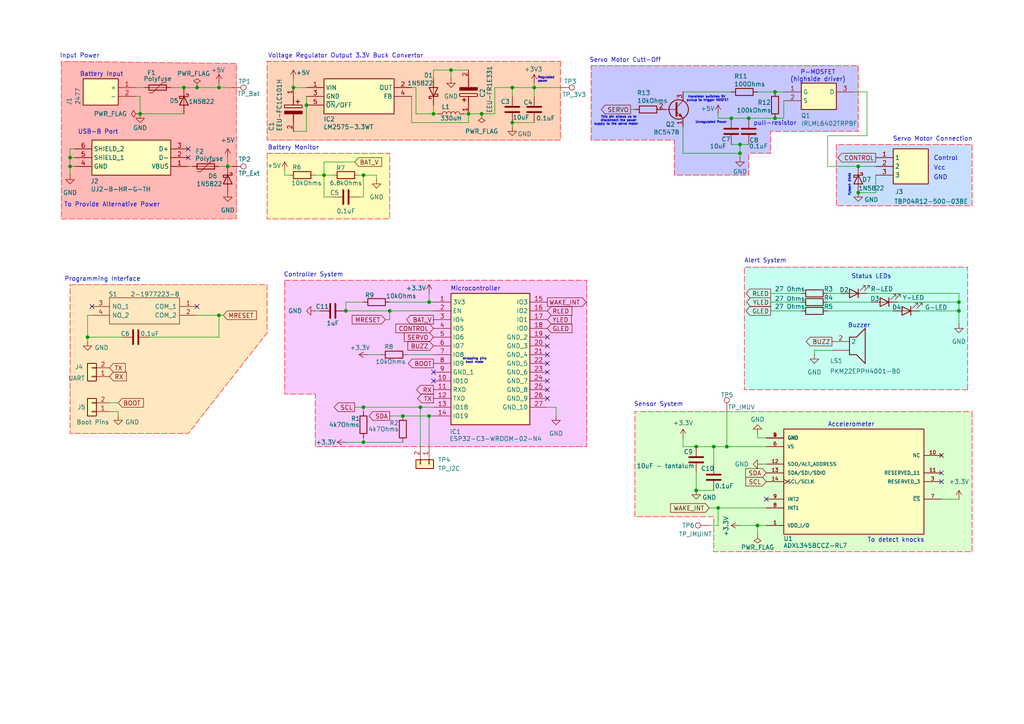
<source format=kicad_sch>
(kicad_sch (version 20250114) (generator "eeschema") (generator_version "9.0")
  (paper "A4")
  (title_block (title "KnockLockSchematic") (date "2025-11-02") (rev "2.1") (company "HSRW") (comment 1 "Group 04"))
  (text "Voltage Regulator Output 3.3V Buck Convertor\n" (at 77.724 16.256 0) (effects (font (size 1.27 1.27)) (justify left)))
  (text "Vcc\n" (at 272.542 48.768 0) (effects (font (size 1.27 1.27))))
  (text "Battery Input" (at 29.464 21.59 0) (effects (font (size 1.27 1.27))))
  (text "P-MOSFET\n(highside driver)\n" (at 237.236 22.098 0) (effects (font (size 1.27 1.27))))
  (text "Controller System\n\n" (at 90.932 80.772 0) (effects (font (size 1.27 1.27))))
  (text "To detect knocks" (at 259.842 156.718 0) (effects (font (size 1.27 1.27))))
  (text "Control\n" (at 274.32 45.974 0) (effects (font (size 1.27 1.27))))
  (text "Programming Interface" (at 29.718 81.026 0) (effects (font (size 1.27 1.27))))
  (text "flyback diode" (at 246.38 53.594 90) (effects (font (size 0.635 0.635))))
  (text "strapping pins\nboot mode" (at 137.668 104.648 0) (effects (font (size 0.635 0.635))))
  (text "Unregulated Power" (at 206.248 35.56 0) (effects (font (size 0.635 0.635))))
  (text "Servo Motor Cutt-Off\n" (at 181.356 17.526 0) (effects (font (size 1.27 1.27))))
  (text "Regulated \npower" (at 155.956 23.114 0) (effects (font (size 0.635 0.635)) (justify left)))
  (text "Sensor System" (at 191.008 117.348 0) (effects (font (size 1.27 1.27))))
  (text "GND\n" (at 272.796 51.562 0) (effects (font (size 1.27 1.27))))
  (text "Buzzer\n" (at 249.174 94.488 0) (effects (font (size 1.27 1.27))))
  (text "transistor switches 5V \npullup to trigger MOSFET" (at 205.232 28.702 0) (effects (font (size 0.635 0.635))))
  (text "Alert System" (at 221.996 75.692 0) (effects (font (size 1.27 1.27))))
  (text "Servo Motor Connection\n" (at 270.51 40.386 0) (effects (font (size 1.27 1.27))))
  (text "This pin allows us to \ndisconnect the power \nsupply to the servo motor" (at 185.166 35.052 0) (effects (font (size 0.635 0.635)) (justify right)))
  (text "Input Power" (at 23.114 16.256 0) (effects (font (size 1.27 1.27))))
  (text "Microcontroller" (at 137.922 83.82 0) (effects (font (size 1.27 1.27))))
  (text "Accelerometer" (at 246.888 123.19 0) (effects (font (size 1.27 1.27))))
  (text "Battery Monitor" (at 85.09 42.926 0) (effects (font (size 1.27 1.27))))
  (text "Status LEDs" (at 252.73 80.264 0) (effects (font (size 1.27 1.27))))
  (text "To Provide Alternative Power" (at 32.512 59.436 0) (effects (font (size 1.27 1.27))))
  (text "USB-B Port" (at 28.448 38.354 0) (effects (font (size 1.27 1.27))))
  (text "pull-resistor" (at 224.79 35.814 0) (effects (font (size 1.27 1.27))))
  (junction (at 116.84 120.65))
  (junction (at 278.13 87.63))
  (junction (at 57.15 25.4))
  (junction (at 40.64 33.02))
  (junction (at 139.7 33.02))
  (junction (at 207.01 129.54))
  (junction (at 20.32 48.26))
  (junction (at 217.17 34.29))
  (junction (at 105.41 128.27))
  (junction (at 219.71 152.4))
  (junction (at 88.9 30.48))
  (junction (at 85.09 25.4))
  (junction (at 248.92 55.88))
  (junction (at 66.04 48.26))
  (junction (at 201.93 142.24))
  (junction (at 105.41 50.8))
  (junction (at 63.5 91.44))
  (junction (at 278.13 90.17))
  (junction (at 105.41 118.11))
  (junction (at 20.32 45.72))
  (junction (at 25.4 97.79))
  (junction (at 154.94 25.4))
  (junction (at 93.98 50.8))
  (junction (at 63.5 25.4))
  (junction (at 130.81 20.32))
  (junction (at 100.33 90.17))
  (junction (at 212.09 34.29))
  (junction (at 113.03 90.17))
  (junction (at 121.92 118.11))
  (junction (at 148.59 25.4))
  (junction (at 124.46 87.63))
  (junction (at 135.89 33.02))
  (junction (at 208.28 147.32))
  (junction (at 224.79 26.67))
  (junction (at 214.63 44.45))
  (junction (at 201.93 129.54))
  (junction (at 125.73 33.02))
  (junction (at 210.82 129.54))
  (junction (at 248.92 48.26))
  (junction (at 148.59 35.56))
  (junction (at 214.63 41.91))
  (junction (at 124.46 120.65))
  (junction (at 53.34 25.4))
  (junction (at 224.79 34.29))
  (no_connect (at 158.75 97.79))
  (no_connect (at 54.61 43.18))
  (no_connect (at 158.75 110.49))
  (no_connect (at 26.67 88.9))
  (no_connect (at 273.05 137.16))
  (no_connect (at 158.75 113.03))
  (no_connect (at 125.73 107.95))
  (no_connect (at 158.75 102.87))
  (no_connect (at 125.73 110.49))
  (no_connect (at 54.61 45.72))
  (no_connect (at 273.05 132.08))
  (no_connect (at 158.75 105.41))
  (no_connect (at 158.75 100.33))
  (no_connect (at 158.75 107.95))
  (no_connect (at 57.15 88.9))
  (no_connect (at 222.25 144.78))
  (no_connect (at 273.05 139.7))
  (no_connect (at 158.75 115.57))
  (wire (pts (xy 25.4 97.79) (xy 35.56 97.79)))
  (wire (pts (xy 208.28 33.02) (xy 208.28 34.29)))
  (wire (pts (xy 63.5 25.4) (xy 63.5 24.13)))
  (wire (pts (xy 240.03 85.09) (xy 243.84 85.09)))
  (wire (pts (xy 198.12 36.83) (xy 198.12 44.45)))
  (wire (pts (xy 113.03 90.17) (xy 125.73 90.17)))
  (wire (pts (xy 224.79 26.67) (xy 227.33 26.67)))
  (wire (pts (xy 139.7 33.02) (xy 143.51 33.02)))
  (wire (pts (xy 121.92 118.11) (xy 125.73 118.11)))
  (wire (pts (xy 214.63 45.72) (xy 214.63 44.45)))
  (wire (pts (xy 85.09 38.1) (xy 88.9 38.1)))
  (wire (pts (xy 57.15 25.4) (xy 63.5 25.4)))
  (wire (pts (xy 190.5 31.75) (xy 191.77 31.75)))
  (wire (pts (xy 104.14 57.15) (xy 105.41 57.15)))
  (wire (pts (xy 125.73 20.32) (xy 130.81 20.32)))
  (wire (pts (xy 26.67 91.44) (xy 25.4 91.44)))
  (wire (pts (xy 100.33 87.63) (xy 100.33 90.17)))
  (wire (pts (xy 40.64 33.02) (xy 53.34 33.02)))
  (wire (pts (xy 102.87 118.11) (xy 105.41 118.11)))
  (wire (pts (xy 207.01 142.24) (xy 201.93 142.24)))
  (wire (pts (xy 21.59 43.18) (xy 20.32 43.18)))
  (wire (pts (xy 120.65 25.4) (xy 120.65 33.02)))
  (wire (pts (xy 105.41 127) (xy 105.41 128.27)))
  (wire (pts (xy 40.64 27.94) (xy 40.64 33.02)))
  (wire (pts (xy 247.65 26.67) (xy 251.46 26.67)))
  (wire (pts (xy 113.03 120.65) (xy 116.84 120.65)))
  (wire (pts (xy 148.59 35.56) (xy 154.94 35.56)))
  (wire (pts (xy 254 55.88) (xy 248.92 55.88)))
  (wire (pts (xy 182.88 31.75) (xy 184.15 31.75)))
  (wire (pts (xy 82.55 49.53) (xy 82.55 50.8)))
  (wire (pts (xy 20.32 45.72) (xy 20.32 48.26)))
  (wire (pts (xy 224.79 34.29) (xy 227.33 34.29)))
  (wire (pts (xy 25.4 97.79) (xy 25.4 99.06)))
  (wire (pts (xy 135.89 33.02) (xy 135.89 35.56)))
  (wire (pts (xy 198.12 127) (xy 198.12 129.54)))
  (wire (pts (xy 273.05 144.78) (xy 278.13 144.78)))
  (wire (pts (xy 148.59 35.56) (xy 148.59 36.83)))
  (wire (pts (xy 205.74 147.32) (xy 208.28 147.32)))
  (wire (pts (xy 43.18 97.79) (xy 63.5 97.79)))
  (wire (pts (xy 64.77 91.44) (xy 63.5 91.44)))
  (wire (pts (xy 100.33 90.17) (xy 113.03 90.17)))
  (wire (pts (xy 119.38 35.56) (xy 135.89 35.56)))
  (wire (pts (xy 205.74 152.4) (xy 208.28 152.4)))
  (wire (pts (xy 212.09 34.29) (xy 217.17 34.29)))
  (wire (pts (xy 105.41 119.38) (xy 105.41 118.11)))
  (wire (pts (xy 20.32 45.72) (xy 21.59 45.72)))
  (wire (pts (xy 198.12 44.45) (xy 214.63 44.45)))
  (wire (pts (xy 266.7 90.17) (xy 278.13 90.17)))
  (wire (pts (xy 67.31 48.26) (xy 66.04 48.26)))
  (wire (pts (xy 201.93 129.54) (xy 207.01 129.54)))
  (wire (pts (xy 208.28 147.32) (xy 222.25 147.32)))
  (wire (pts (xy 219.71 125.73) (xy 219.71 127)))
  (wire (pts (xy 161.29 118.11) (xy 161.29 120.65)))
  (wire (pts (xy 208.28 34.29) (xy 212.09 34.29)))
  (wire (pts (xy 104.14 50.8) (xy 105.41 50.8)))
  (wire (pts (xy 53.34 25.4) (xy 57.15 25.4)))
  (wire (pts (xy 130.81 20.32) (xy 130.81 22.86)))
  (wire (pts (xy 39.37 25.4) (xy 41.91 25.4)))
  (wire (pts (xy 135.89 33.02) (xy 139.7 33.02)))
  (wire (pts (xy 251.46 26.67) (xy 251.46 39.37)))
  (wire (pts (xy 143.51 25.4) (xy 148.59 25.4)))
  (wire (pts (xy 100.33 128.27) (xy 105.41 128.27)))
  (wire (pts (xy 125.73 30.48) (xy 125.73 33.02)))
  (wire (pts (xy 251.46 85.09) (xy 278.13 85.09)))
  (wire (pts (xy 31.75 119.38) (xy 34.29 119.38)))
  (wire (pts (xy 102.87 46.99) (xy 93.98 46.99)))
  (wire (pts (xy 63.5 91.44) (xy 63.5 97.79)))
  (wire (pts (xy 207.01 134.62) (xy 207.01 129.54)))
  (wire (pts (xy 125.73 20.32) (xy 125.73 22.86)))
  (wire (pts (xy 219.71 152.4) (xy 222.25 152.4)))
  (wire (pts (xy 91.44 50.8) (xy 93.98 50.8)))
  (wire (pts (xy 118.11 102.87) (xy 125.73 102.87)))
  (wire (pts (xy 124.46 120.65) (xy 124.46 129.54)))
  (wire (pts (xy 119.38 27.94) (xy 119.38 35.56)))
  (wire (pts (xy 21.59 48.26) (xy 20.32 48.26)))
  (wire (pts (xy 113.03 87.63) (xy 124.46 87.63)))
  (wire (pts (xy 210.82 119.38) (xy 210.82 129.54)))
  (wire (pts (xy 120.65 33.02) (xy 125.73 33.02)))
  (wire (pts (xy 67.31 25.4) (xy 63.5 25.4)))
  (wire (pts (xy 222.25 127) (xy 219.71 127)))
  (wire (pts (xy 223.52 90.17) (xy 232.41 90.17)))
  (wire (pts (xy 105.41 118.11) (xy 121.92 118.11)))
  (wire (pts (xy 130.81 20.32) (xy 135.89 20.32)))
  (wire (pts (xy 278.13 93.98) (xy 278.13 90.17)))
  (wire (pts (xy 34.29 119.38) (xy 34.29 120.65)))
  (wire (pts (xy 124.46 85.09) (xy 124.46 87.63)))
  (wire (pts (xy 63.5 91.44) (xy 57.15 91.44)))
  (wire (pts (xy 154.94 24.13) (xy 154.94 25.4)))
  (wire (pts (xy 63.5 48.26) (xy 66.04 48.26)))
  (wire (pts (xy 20.32 48.26) (xy 20.32 50.8)))
  (wire (pts (xy 88.9 38.1) (xy 88.9 30.48)))
  (wire (pts (xy 85.09 22.86) (xy 85.09 25.4)))
  (wire (pts (xy 214.63 152.4) (xy 219.71 152.4)))
  (wire (pts (xy 124.46 87.63) (xy 125.73 87.63)))
  (wire (pts (xy 105.41 128.27) (xy 116.84 128.27)))
  (wire (pts (xy 127 33.02) (xy 125.73 33.02)))
  (wire (pts (xy 34.29 116.84) (xy 31.75 116.84)))
  (wire (pts (xy 124.46 120.65) (xy 125.73 120.65)))
  (wire (pts (xy 198.12 129.54) (xy 201.93 129.54)))
  (wire (pts (xy 93.98 46.99) (xy 93.98 50.8)))
  (wire (pts (xy 93.98 57.15) (xy 93.98 50.8)))
  (wire (pts (xy 219.71 26.67) (xy 224.79 26.67)))
  (wire (pts (xy 88.9 27.94) (xy 88.9 30.48)))
  (wire (pts (xy 93.98 50.8) (xy 96.52 50.8)))
  (wire (pts (xy 109.22 50.8) (xy 109.22 52.07)))
  (wire (pts (xy 260.35 87.63) (xy 278.13 87.63)))
  (wire (pts (xy 148.59 27.94) (xy 148.59 25.4)))
  (wire (pts (xy 91.44 90.17) (xy 92.71 90.17)))
  (wire (pts (xy 20.32 43.18) (xy 20.32 45.72)))
  (wire (pts (xy 240.03 39.37) (xy 240.03 48.26)))
  (wire (pts (xy 198.12 26.67) (xy 212.09 26.67)))
  (wire (pts (xy 227.33 34.29) (xy 227.33 29.21)))
  (wire (pts (xy 217.17 34.29) (xy 224.79 34.29)))
  (wire (pts (xy 223.52 85.09) (xy 232.41 85.09)))
  (wire (pts (xy 96.52 57.15) (xy 93.98 57.15)))
  (wire (pts (xy 154.94 27.94) (xy 154.94 25.4)))
  (wire (pts (xy 162.56 25.4) (xy 154.94 25.4)))
  (wire (pts (xy 214.63 41.91) (xy 217.17 41.91)))
  (wire (pts (xy 278.13 87.63) (xy 278.13 90.17)))
  (wire (pts (xy 25.4 91.44) (xy 25.4 97.79)))
  (wire (pts (xy 100.33 87.63) (xy 105.41 87.63)))
  (wire (pts (xy 251.46 39.37) (xy 240.03 39.37)))
  (wire (pts (xy 105.41 50.8) (xy 109.22 50.8)))
  (wire (pts (xy 241.3 101.6) (xy 236.22 101.6)))
  (wire (pts (xy 240.03 48.26) (xy 248.92 48.26)))
  (wire (pts (xy 207.01 129.54) (xy 210.82 129.54)))
  (wire (pts (xy 106.68 102.87) (xy 110.49 102.87)))
  (wire (pts (xy 105.41 57.15) (xy 105.41 50.8)))
  (wire (pts (xy 158.75 118.11) (xy 161.29 118.11)))
  (wire (pts (xy 54.61 48.26) (xy 55.88 48.26)))
  (wire (pts (xy 121.92 118.11) (xy 121.92 129.54)))
  (wire (pts (xy 214.63 44.45) (xy 214.63 41.91)))
  (wire (pts (xy 135.89 33.02) (xy 134.62 33.02)))
  (wire (pts (xy 220.98 134.62) (xy 222.25 134.62)))
  (wire (pts (xy 66.04 45.72) (xy 66.04 48.26)))
  (wire (pts (xy 254 50.8) (xy 254 55.88)))
  (wire (pts (xy 49.53 25.4) (xy 53.34 25.4)))
  (wire (pts (xy 40.64 27.94) (xy 39.37 27.94)))
  (wire (pts (xy 208.28 152.4) (xy 208.28 147.32)))
  (wire (pts (xy 240.03 87.63) (xy 252.73 87.63)))
  (wire (pts (xy 236.22 101.6) (xy 236.22 102.87)))
  (wire (pts (xy 210.82 129.54) (xy 222.25 129.54)))
  (wire (pts (xy 85.09 25.4) (xy 88.9 25.4)))
  (wire (pts (xy 148.59 25.4) (xy 154.94 25.4)))
  (wire (pts (xy 201.93 137.16) (xy 201.93 142.24)))
  (wire (pts (xy 113.03 92.71) (xy 113.03 90.17)))
  (wire (pts (xy 119.38 25.4) (xy 120.65 25.4)))
  (wire (pts (xy 111.76 92.71) (xy 113.03 92.71)))
  (wire (pts (xy 223.52 87.63) (xy 232.41 87.63)))
  (wire (pts (xy 219.71 152.4) (xy 219.71 154.94)))
  (wire (pts (xy 248.92 48.26) (xy 254 48.26)))
  (wire (pts (xy 82.55 50.8) (xy 83.82 50.8)))
  (wire (pts (xy 212.09 41.91) (xy 214.63 41.91)))
  (wire (pts (xy 278.13 85.09) (xy 278.13 87.63)))
  (wire (pts (xy 143.51 33.02) (xy 143.51 25.4)))
  (wire (pts (xy 240.03 90.17) (xy 259.08 90.17)))
  (wire (pts (xy 116.84 120.65) (xy 124.46 120.65)))
  (global_label "RLED" (shape input) (at 158.75 90.17 0) (property "Intersheetrefs" "${INTERSHEET_REFS}" (effects (hide yes))))
  (global_label "SERVO" (shape output) (at 182.88 31.75 180) (property "Intersheetrefs" "${INTERSHEET_REFS}" (effects (hide yes))))
  (global_label "BAT_V" (shape output) (at 125.73 92.71 180) (property "Intersheetrefs" "${INTERSHEET_REFS}" (effects (hide yes))))
  (global_label "SCL" (shape input) (at 222.25 139.7 180) (property "Intersheetrefs" "${INTERSHEET_REFS}" (effects (hide yes))))
  (global_label "WAKE_INT" (shape input) (at 205.74 147.32 180) (property "Intersheetrefs" "${INTERSHEET_REFS}" (effects (hide yes))))
  (global_label "RX" (shape output) (at 125.73 113.03 180) (property "Intersheetrefs" "${INTERSHEET_REFS}" (effects (hide yes))))
  (global_label "SERVO" (shape input) (at 125.73 97.79 180) (property "Intersheetrefs" "${INTERSHEET_REFS}" (effects (hide yes))))
  (global_label "CONTROL" (shape input) (at 125.73 95.25 180) (property "Intersheetrefs" "${INTERSHEET_REFS}" (effects (hide yes))))
  (global_label "MRESET" (shape input) (at 111.76 92.71 180) (property "Intersheetrefs" "${INTERSHEET_REFS}" (effects (hide yes))))
  (global_label "YLED" (shape input) (at 158.75 92.71 0) (property "Intersheetrefs" "${INTERSHEET_REFS}" (effects (hide yes))))
  (global_label "RLED" (shape output) (at 223.52 85.09 180) (property "Intersheetrefs" "${INTERSHEET_REFS}" (effects (hide yes))))
  (global_label "BOOT" (shape output) (at 125.73 105.41 180) (property "Intersheetrefs" "${INTERSHEET_REFS}" (effects (hide yes))))
  (global_label "SDA" (shape output) (at 113.03 120.65 180) (property "Intersheetrefs" "${INTERSHEET_REFS}" (effects (hide yes))))
  (global_label "TX" (shape output) (at 125.73 115.57 180) (property "Intersheetrefs" "${INTERSHEET_REFS}" (effects (hide yes))))
  (global_label "YLED" (shape output) (at 223.52 87.63 180) (property "Intersheetrefs" "${INTERSHEET_REFS}" (effects (hide yes))))
  (global_label "WAKE_INT" (shape output) (at 158.75 87.63 0) (property "Intersheetrefs" "${INTERSHEET_REFS}" (effects (hide yes))))
  (global_label "BOOT" (shape input) (at 34.29 116.84 0) (property "Intersheetrefs" "${INTERSHEET_REFS}" (effects (hide yes))))
  (global_label "SDA" (shape input) (at 222.25 137.16 180) (property "Intersheetrefs" "${INTERSHEET_REFS}" (effects (hide yes))))
  (global_label "GLED" (shape input) (at 158.75 95.25 0) (property "Intersheetrefs" "${INTERSHEET_REFS}" (effects (hide yes))))
  (global_label "MRESET" (shape input) (at 64.77 91.44 0) (property "Intersheetrefs" "${INTERSHEET_REFS}" (effects (hide yes))))
  (global_label "BUZZ" (shape output) (at 241.3 99.06 180) (property "Intersheetrefs" "${INTERSHEET_REFS}" (effects (hide yes))))
  (global_label "BUZZ" (shape input) (at 125.73 100.33 180) (property "Intersheetrefs" "${INTERSHEET_REFS}" (effects (hide yes))))
  (global_label "GLED" (shape output) (at 223.52 90.17 180) (property "Intersheetrefs" "${INTERSHEET_REFS}" (effects (hide yes))))
  (global_label "BAT_V" (shape input) (at 102.87 46.99 0) (property "Intersheetrefs" "${INTERSHEET_REFS}" (effects (hide yes))))
  (global_label "RX" (shape input) (at 31.75 109.22 0) (property "Intersheetrefs" "${INTERSHEET_REFS}" (effects (hide yes))))
  (global_label "TX" (shape input) (at 31.75 106.68 0) (property "Intersheetrefs" "${INTERSHEET_REFS}" (effects (hide yes))))
  (global_label "SCL" (shape output) (at 102.87 118.11 180) (property "Intersheetrefs" "${INTERSHEET_REFS}" (effects (hide yes))))
  (global_label "CONTROL" (shape output) (at 254 45.72 180) (property "Intersheetrefs" "${INTERSHEET_REFS}" (effects (hide yes))))
  (rule_area (polyline (pts (xy 17.78 17.78) (xy 17.78 63.5) (xy 68.58 63.5) (xy 68.58 18.415)) (stroke (width 0) (type dash) (color 255 29 29 1)) (fill (type color) (color 255 23 12 0.3))))
  (rule_area (polyline (pts (xy 242.57 41.91) (xy 242.57 59.69) (xy 281.94 59.69) (xy 281.94 41.91)) (stroke (width 0) (type dash)) (fill (type color) (color 74 147 255 0.3019607843))))
  (rule_area (polyline (pts (xy 171.45 19.05) (xy 248.92 19.05) (xy 248.92 38.1) (xy 223.52 38.1) (xy 223.52 44.45) (xy 217.17 44.45) (xy 217.17 50.8) (xy 195.58 50.8) (xy 195.58 40.64) (xy 171.45 40.64)) (stroke (width 0) (type dash)) (fill (type color) (color 60 67 255 0.3))))
  (rule_area (polyline (pts (xy 281.94 119.38) (xy 281.94 160.02) (xy 207.01 160.02) (xy 207.01 149.86) (xy 184.15 149.86) (xy 184.15 119.38)) (stroke (width 0) (type dash)) (fill (type color) (color 138 255 90 0.3))))
  (rule_area (polyline (pts (xy 77.47 44.45) (xy 113.03 44.45) (xy 113.03 63.5) (xy 77.47 63.5)) (stroke (width 0) (type dash)) (fill (type color) (color 255 240 18 0.3))))
  (rule_area (polyline (pts (xy 20.32 82.55) (xy 48.26 82.55) (xy 77.47 82.55) (xy 77.47 96.52) (xy 77.47 96.52) (xy 54.61 125.73) (xy 40.64 125.73) (xy 20.32 125.73)) (stroke (width 0) (type dash)) (fill (type color) (color 255 176 41 0.3))))
  (rule_area (polyline (pts (xy 280.67 113.03) (xy 215.9 113.03) (xy 215.9 77.47) (xy 280.67 77.47)) (stroke (width 0) (type dash)) (fill (type color) (color 66 255 212 0.3))))
  (rule_area (polyline (pts (xy 162.56 17.78) (xy 162.56 40.64) (xy 77.47 40.64) (xy 77.47 17.78)) (stroke (width 0) (type dash)) (fill (type color) (color 255 109 17 0.3))))
  (rule_area (polyline (pts (xy 82.55 81.28) (xy 170.18 81.28) (xy 170.18 129.54) (xy 91.44 129.54) (xy 91.44 114.3) (xy 82.55 114.3)) (stroke (width 0) (type dash)) (fill (type color) (color 227 78 255 0.3))))
  (symbol (lib_id "power:GND") (at 278.13 93.98 0) (unit 1)
    (property "Reference" "#PWR024" (effects (hide yes)))
    (property "Value" "GND" (at 278.13 99.06 0))
    (property "Description" "Power symbol creates a global label with name \"GND\" , ground" (effects (hide yes)))
  )
  (symbol (lib_id "SamacSys_Parts:EEU-FC1C101H") (at 85.09 25.4 270) (unit 1)
    (property "Reference" "C1" (at 78.74 35.306 0) (effects (justify left)))
    (property "Value" "EEU-FC1C101H" (at 81.026 22.86 0) (effects (justify left)))
    (property "Footprint" "SamacSys_Parts:CAPPRD250W55D630H1220" (effects (hide yes)))
    (property "Datasheet" "http://industrial.panasonic.com/cdbs/www-data/pdf/RDF0000/ABA0000C1209.pdf" (effects (hide yes)))
    (property "Description" "Aluminium Electrolytic Capacitor, Radial Lead, AEC-Q200, 105?C" (effects (hide yes)))
    (property "Height" "12.2" (effects (hide yes)))
    (property "Mouser Part Number" "667-EEU-FC1C101H" (effects (hide yes)))
    (property "Mouser Price/Stock" "https://www.mouser.co.uk/ProductDetail/Panasonic/EEU-FC1C101H?qs=%2FC1U95aQ15szP%252BXx0reJVg%3D%3D" (effects (hide yes)))
    (property "Manufacturer_Name" "Panasonic" (effects (hide yes)))
    (property "Manufacturer_Part_Number" "EEU-FC1C101H" (effects (hide yes)))
  )
  (symbol (lib_id "Device:C") (at 207.01 138.43 180) (unit 1)
    (property "Reference" "C10" (at 205.232 135.89 0))
    (property "Value" "0.1uF" (at 210.058 140.97 0))
    (property "Footprint" "Capacitor_THT:C_Rect_L4.0mm_W2.5mm_P2.50mm" (effects (hide yes)))
    (property "Description" "Unpolarized capacitor" (effects (hide yes)))
  )
  (symbol (lib_id "power:+3.3V") (at 198.12 127 0) (unit 1)
    (property "Reference" "#PWR026" (effects (hide yes)))
    (property "Value" "+3.3V" (at 198.12 122.682 0))
    (property "Description" "Power symbol creates a global label with name \"+3.3V\"" (effects (hide yes)))
  )
  (symbol (lib_id "power:GND") (at 91.44 90.17 270) (unit 1)
    (property "Reference" "#PWR08" (effects (hide yes)))
    (property "Value" "GND" (at 87.63 90.1699 90) (effects (justify right)))
    (property "Description" "Power symbol creates a global label with name \"GND\" , ground" (effects (hide yes)))
  )
  (symbol (lib_id "Transistor_BJT:2N3904") (at 195.58 31.75 0) (unit 1)
    (property "Reference" "Q2" (at 193.04 36.068 0) (effects (justify left)))
    (property "Value" "BC547B" (at 189.484 38.354 0) (effects (justify left)))
    (property "Footprint" "Package_TO_SOT_THT:TO-92_HandSolder" (effects (hide yes)))
    (property "Datasheet" "https://www.onsemi.com/pub/Collateral/2N3903-D.PDF" (effects (hide yes)))
    (property "Description" "0.2A Ic, 40V Vce, Small Signal NPN Transistor, TO-92" (effects (hide yes)))
  )
  (symbol (lib_id "Device:R") (at 236.22 90.17 90) (unit 1)
    (property "Reference" "R5" (at 240.284 88.9 90))
    (property "Value" "27 Ohms" (at 229.108 88.9 90))
    (property "Footprint" "SamacSys_Parts:RESAD1590W60L630D240" (effects (hide yes)))
    (property "Description" "Resistor" (effects (hide yes)))
  )
  (symbol (lib_id "SamacSys_Parts:TBP04R12-500-03BE") (at 254 45.72 0) (unit 1)
    (property "Reference" "J3" (at 259.588 55.626 0) (effects (justify left)))
    (property "Value" "TBP04R12-500-03BE" (at 259.334 58.42 0) (effects (justify left)))
    (property "Footprint" "SamacSys_Parts:TBP04R1250003BE" (effects (hide yes)))
    (property "Datasheet" "https://www.sameskydevices.com/product/resource/tbp04r12-500.pdf" (effects (hide yes)))
    (property "Description" "3 Position Terminal Block Header, Male Pins, Shrouded (4 Side) 0.197\" (5.00mm) 90, Right Angle Through Hole" (effects (hide yes)))
    (property "Height" "8.8" (effects (hide yes)))
    (property "Mouser Part Number" "179-TBP04R12-50003BE" (effects (hide yes)))
    (property "Mouser Price/Stock" "https://www.mouser.co.uk/ProductDetail/CUI-Devices/TBP04R12-500-03BE?qs=TCDPyi3sCW0NaxY6tKwPhA%3D%3D" (effects (hide yes)))
    (property "Manufacturer_Name" "Same Sky" (effects (hide yes)))
    (property "Manufacturer_Part_Number" "TBP04R12-500-03BE" (effects (hide yes)))
  )
  (symbol (lib_id "power:GND") (at 25.4 99.06 0) (unit 1)
    (property "Reference" "#PWR032" (effects (hide yes)))
    (property "Value" "GND" (at 29.464 100.838 0))
    (property "Description" "Power symbol creates a global label with name \"GND\" , ground" (effects (hide yes)))
  )
  (symbol (lib_id "Device:Polyfuse") (at 45.72 25.4 90) (unit 1)
    (property "Reference" "F1" (at 43.942 21.082 90))
    (property "Value" "Polyfuse" (at 45.72 22.86 90))
    (property "Footprint" "Fuse:Fuse_BelFuse_0ZRE0012FF_L8.3mm_W3.8mm" (effects (hide yes)))
    (property "Description" "Resettable fuse, polymeric positive temperature coefficient" (effects (hide yes)))
  )
  (symbol (lib_id "Connector_Generic:Conn_01x02") (at 124.46 134.62 270) (unit 1)
    (property "Reference" "TP4" (at 127 133.3499 90) (effects (justify left)))
    (property "Value" "TP_I2C" (at 127 135.8899 90) (effects (justify left)))
    (property "Footprint" "Connector_PinHeader_2.54mm:PinHeader_1x02_P2.54mm_Vertical" (effects (hide yes)))
    (property "Description" "Generic connector, single row, 01x02, script generated (kicad-library-utils/schlib/autogen/connector/)" (effects (hide yes)))
  )
  (symbol (lib_id "power:GND") (at 109.22 52.07 0) (unit 1)
    (property "Reference" "#PWR07" (effects (hide yes)))
    (property "Value" "GND" (at 109.22 57.15 0))
    (property "Description" "Power symbol creates a global label with name \"GND\" , ground" (effects (hide yes)))
  )
  (symbol (lib_id "power:GND") (at 219.71 125.73 180) (unit 1)
    (property "Reference" "#PWR025" (effects (hide yes)))
    (property "Value" "GND" (at 219.71 121.666 0))
    (property "Description" "Power symbol creates a global label with name \"GND\" , ground" (effects (hide yes)))
  )
  (symbol (lib_id "power:GND") (at 20.32 50.8 0) (unit 1)
    (property "Reference" "#PWR09" (effects (hide yes)))
    (property "Value" "GND" (at 20.32 55.88 0))
    (property "Description" "Power symbol creates a global label with name \"GND\" , ground" (effects (hide yes)))
  )
  (symbol (lib_id "Connector:TestPoint") (at 205.74 152.4 90) (unit 1)
    (property "Reference" "TP6" (at 199.644 152.4 90))
    (property "Value" "TP_IMUINT" (at 201.676 154.94 90))
    (property "Footprint" "Connector_PinSocket_2.54mm:PinSocket_1x01_P2.54mm_Vertical" (effects (hide yes)))
    (property "Description" "test point" (effects (hide yes)))
  )
  (symbol (lib_id "power:+5V") (at 63.5 24.13 0) (unit 1)
    (property "Reference" "#PWR04" (effects (hide yes)))
    (property "Value" "+5V" (at 63.246 20.32 0))
    (property "Description" "Power symbol creates a global label with name \"+5V\"" (effects (hide yes)))
  )
  (symbol (lib_id "Device:LED") (at 247.65 85.09 180) (unit 1)
    (property "Reference" "D2" (at 244.856 84.074 0))
    (property "Value" "R-LED" (at 255.778 83.82 0))
    (property "Footprint" "LED_THT:LED_D3.0mm" (effects (hide yes)))
    (property "Description" "Light emitting diode" (effects (hide yes)))
    (property "Sim.Pins" "1=K 2=A" (effects (hide yes)))
  )
  (symbol (lib_id "Device:R") (at 215.9 26.67 90) (unit 1)
    (property "Reference" "R11" (at 214.884 22.098 90))
    (property "Value" "100Ohms" (at 217.424 24.384 90))
    (property "Footprint" "SamacSys_Parts:RESAD1590W60L630D240" (effects (hide yes)))
    (property "Description" "Resistor" (effects (hide yes)))
  )
  (symbol (lib_id "Device:LED") (at 256.54 87.63 180) (unit 1)
    (property "Reference" "D3" (at 253.746 86.614 0))
    (property "Value" "Y-LED" (at 264.922 86.36 0))
    (property "Footprint" "LED_THT:LED_D3.0mm" (effects (hide yes)))
    (property "Description" "Light emitting diode" (effects (hide yes)))
    (property "Sim.Pins" "1=K 2=A" (effects (hide yes)))
  )
  (symbol (lib_id "power:GND") (at 148.59 36.83 0) (unit 1)
    (property "Reference" "#PWR010" (effects (hide yes)))
    (property "Value" "GND" (at 152.146 38.862 0))
    (property "Description" "Power symbol creates a global label with name \"GND\" , ground" (effects (hide yes)))
  )
  (symbol (lib_id "SamacSys_Parts:PKM22EPPH4001-B0") (at 241.3 99.06 0) (unit 1)
    (property "Reference" "LS1" (at 242.57 104.648 0))
    (property "Value" "PKM22EPPH4001-B0" (at 250.952 107.696 0))
    (property "Footprint" "SamacSys_Parts:PKM22EPPH4001B0" (effects (hide yes)))
    (property "Datasheet" "https://www.murata.com/products/productdata/8801054064670/SPEC-PKM22EPPH4001-B0.pdf?1517839211000" (effects (hide yes)))
    (property "Description" "Buzzers Transducer, Externally Driven Piezo 1.5 V 4kHz 75dB @ 1.5V, 10cm Through Hole PC Pins" (effects (hide yes)))
    (property "Height" "10.7" (effects (hide yes)))
    (property "Mouser Part Number" "81-PKM22EPPH4001-B0" (effects (hide yes)))
    (property "Mouser Price/Stock" "https://www.mouser.co.uk/ProductDetail/Murata-Electronics/PKM22EPPH4001-B0?qs=flZjIlU0hx2Fke4m2iZ9MA%3D%3D" (effects (hide yes)))
    (property "Manufacturer_Name" "Murata Electronics" (effects (hide yes)))
    (property "Manufacturer_Part_Number" "PKM22EPPH4001-B0" (effects (hide yes)))
  )
  (symbol (lib_id "power:+3.3V") (at 214.63 152.4 90) (unit 1)
    (property "Reference" "#PWR027" (effects (hide yes)))
    (property "Value" "+3.3V" (at 210.566 152.654 0))
    (property "Description" "Power symbol creates a global label with name \"+3.3V\"" (effects (hide yes)))
  )
  (symbol (lib_id "Device:C") (at 201.93 133.35 180) (unit 1)
    (property "Reference" "C9" (at 199.644 131.064 0))
    (property "Value" "10uF - tantalum" (at 193.04 135.128 0))
    (property "Description" "Unpolarized capacitor" (effects (hide yes)))
  )
  (symbol (lib_id "power:+3.3V") (at 278.13 144.78 0) (unit 1)
    (property "Reference" "#PWR028" (effects (hide yes)))
    (property "Value" "+3.3V" (at 278.13 139.7 0))
    (property "Description" "Power symbol creates a global label with name \"+3.3V\"" (effects (hide yes)))
  )
  (symbol (lib_id "Device:R") (at 87.63 50.8 90) (unit 1)
    (property "Reference" "R6" (at 86.106 48.514 90))
    (property "Value" "10kOhms" (at 88.9 53.086 90))
    (property "Footprint" "SamacSys_Parts:RESAD1590W60L630D240" (effects (hide yes)))
    (property "Description" "Resistor" (effects (hide yes)))
  )
  (symbol (lib_id "Diode:1N5822") (at 248.92 52.07 270) (unit 1)
    (property "Reference" "D7" (at 252.73 52.07 90) (effects (justify right)))
    (property "Value" "1N5822" (at 256.54 54.61 90) (effects (justify right)))
    (property "Footprint" "Diode_THT:D_DO-201AD_P15.24mm_Horizontal" (effects (hide yes)))
    (property "Datasheet" "http://www.vishay.com/docs/88526/1n5820.pdf" (effects (hide yes)))
    (property "Description" "40V 3A Schottky Barrier Rectifier Diode, DO-201AD" (effects (hide yes)))
  )
  (symbol (lib_id "Device:R") (at 105.41 123.19 180) (unit 1)
    (property "Reference" "R1" (at 103.124 121.412 0))
    (property "Value" "4k7Ohms" (at 99.822 123.19 0))
    (property "Footprint" "SamacSys_Parts:RESAD1590W60L630D240" (effects (hide yes)))
    (property "Description" "Resistor" (effects (hide yes)))
  )
  (symbol (lib_id "Device:R") (at 187.96 31.75 90) (unit 1)
    (property "Reference" "R13" (at 186.69 26.924 90))
    (property "Value" "10kOhms" (at 189.23 29.21 90))
    (property "Footprint" "SamacSys_Parts:RESAD1590W60L630D240" (effects (hide yes)))
    (property "Description" "Resistor" (effects (hide yes)))
  )
  (symbol (lib_id "Device:R") (at 100.33 50.8 90) (unit 1)
    (property "Reference" "R7" (at 98.806 48.768 90))
    (property "Value" "6.8kOhms" (at 100.33 53.086 90))
    (property "Footprint" "SamacSys_Parts:RESAD1590W60L630D240" (effects (hide yes)))
    (property "Description" "Resistor" (effects (hide yes)))
  )
  (symbol (lib_id "SamacSys_Parts:IRLML6402TRPBF") (at 227.33 26.67 0) (unit 1)
    (property "Reference" "Q1" (at 233.68 33.528 0))
    (property "Value" "IRLML6402TRPBF" (at 240.538 35.814 0))
    (property "Footprint" "SamacSys_Parts:SOT95P237X112-3N" (effects (hide yes)))
    (property "Datasheet" "http://www.infineon.com/dgdl/irlml6402pbf.pdf?fileId=5546d462533600a401535668d5c2263c" (effects (hide yes)))
    (property "Description" "MOSFET MOSFT P-Ch -3.7A 65mOhm 8nC Log Lvl" (effects (hide yes)))
    (property "Height" "1.12" (effects (hide yes)))
    (property "Mouser Part Number" "942-IRLML6402TRPBF" (effects (hide yes)))
    (property "Mouser Price/Stock" "https://www.mouser.co.uk/ProductDetail/Infineon-Technologies/IRLML6402TRPBF?qs=9%252BKlkBgLFf0HuZuONx2Ewg%3D%3D" (effects (hide yes)))
    (property "Manufacturer_Name" "Infineon" (effects (hide yes)))
    (property "Manufacturer_Part_Number" "IRLML6402TRPBF" (effects (hide yes)))
  )
  (symbol (lib_id "Connector_Generic:Conn_01x02") (at 26.67 109.22 180) (unit 1)
    (property "Reference" "J4" (at 24.13 106.426 0) (effects (justify left)))
    (property "Value" "UART" (at 24.638 109.728 0) (effects (justify left)))
    (property "Footprint" "Connector_PinHeader_2.54mm:PinHeader_1x02_P2.54mm_Vertical" (effects (hide yes)))
    (property "Description" "Generic connector, single row, 01x02, script generated (kicad-library-utils/schlib/autogen/connector/)" (effects (hide yes)))
  )
  (symbol (lib_id "Device:C") (at 39.37 97.79 90) (unit 1)
    (property "Reference" "C6" (at 36.322 96.774 90))
    (property "Value" "0.1uF" (at 43.434 96.774 90))
    (property "Footprint" "Capacitor_THT:C_Rect_L4.0mm_W2.5mm_P2.50mm" (effects (hide yes)))
    (property "Description" "Unpolarized capacitor" (effects (hide yes)))
  )
  (symbol (lib_id "SamacSys_Parts:LM2575-3.3WT") (at 88.9 25.4 0) (unit 1)
    (property "Reference" "IC2" (at 95.504 34.544 0))
    (property "Value" "LM2575-3.3WT" (at 101.092 36.83 0))
    (property "Footprint" "SamacSys_Parts:LM257533WT" (effects (hide yes)))
    (property "Datasheet" "https://ww1.microchip.com/downloads/en/DeviceDoc/lm2575.pdf" (effects (hide yes)))
    (property "Description" "Switching Voltage Regulators 1A Step-Down SMPS Regulator" (effects (hide yes)))
    (property "Height" "15.113" (effects (hide yes)))
    (property "Mouser Part Number" "998-LM2575-3.3WT" (effects (hide yes)))
    (property "Mouser Price/Stock" "https://www.mouser.co.uk/ProductDetail/Microchip-Technology/LM2575-3.3WT?qs=kh6iOki%2FeLFAZSEMjMNbiQ%3D%3D" (effects (hide yes)))
    (property "Manufacturer_Name" "Microchip" (effects (hide yes)))
    (property "Manufacturer_Part_Number" "LM2575-3.3WT" (effects (hide yes)))
  )
  (symbol (lib_id "power:GND") (at 248.92 55.88 0) (unit 1)
    (property "Reference" "#PWR015" (effects (hide yes)))
    (property "Value" "GND" (at 252.73 57.912 0))
    (property "Description" "Power symbol creates a global label with name \"GND\" , ground" (effects (hide yes)))
  )
  (symbol (lib_id "Connector:TestPoint") (at 162.56 25.4 270) (unit 1)
    (property "Reference" "TP3" (at 163.576 23.622 90) (effects (justify left)))
    (property "Value" "TP_3V3" (at 163.068 27.432 90) (effects (justify left)))
    (property "Footprint" "TestPoint:TestPoint_Pad_D1.5mm" (effects (hide yes)))
    (property "Description" "test point" (effects (hide yes)))
  )
  (symbol (lib_id "2-1977223-8:2-1977223-8") (at 26.67 88.9 0) (unit 1)
    (property "Reference" "S1" (at 32.766 85.344 0))
    (property "Value" "2-1977223-8" (at 44.958 85.344 0))
    (property "Footprint" "219772238" (effects (hide yes)))
    (property "Datasheet" "https://www.te.com/en/product-2-1977223-8.html" (effects (hide yes)))
    (property "Description" "Tactile Switches 6MM ACTSMT 160gf TACT SWITCH" (effects (hide yes)))
    (property "Description_1" "Tactile Switches 6MM ACTSMT 160gf TACT SWITCH" (effects (hide yes)))
    (property "Height" "13.35" (effects (hide yes)))
    (property "Mouser Part Number" "506-2-1977223-8" (effects (hide yes)))
    (property "Mouser Price/Stock" "https://www.mouser.co.uk/ProductDetail/TE-Connectivity-PB/2-1977223-8?qs=WwRK9Mn48WC%252B3bZnlicO2g%3D%3D" (effects (hide yes)))
    (property "Manufacturer_Name" "TE Connectivity" (effects (hide yes)))
    (property "Manufacturer_Part_Number" "2-1977223-8" (effects (hide yes)))
  )
  (symbol (lib_id "Connector:TestPoint") (at 67.31 25.4 270) (unit 1)
    (property "Reference" "TP1" (at 69.088 23.622 90) (effects (justify left)))
    (property "Value" "TP_Bat" (at 68.834 27.178 90) (effects (justify left)))
    (property "Footprint" "TestPoint:TestPoint_Pad_D1.5mm" (effects (hide yes)))
    (property "Description" "test point" (effects (hide yes)))
  )
  (symbol (lib_id "power:+3.3V") (at 106.68 102.87 90) (unit 1)
    (property "Reference" "#PWR031" (effects (hide yes)))
    (property "Value" "+3.3V" (at 104.394 100.838 90))
    (property "Description" "Power symbol creates a global label with name \"+3.3V\"" (effects (hide yes)))
  )
  (symbol (lib_id "SamacSys_Parts:2477") (at 39.37 27.94 180) (unit 1)
    (property "Reference" "J1" (at 20.066 28.194 90) (effects (justify left)))
    (property "Value" "2477" (at 22.606 25.4 90) (effects (justify left)))
    (property "Footprint" "SamacSys_Parts:2477" (effects (hide yes)))
    (property "Datasheet" "https://www.keyelco.com/product-pdf.cfm?p=1039" (effects (hide yes)))
    (property "Description" "Cylindrical Battery Contacts, Clips, Holders & Springs 4AA PLASTIC HOLDER" (effects (hide yes)))
    (property "Height" "17.01" (effects (hide yes)))
    (property "Mouser Part Number" "534-2477" (effects (hide yes)))
    (property "Mouser Price/Stock" "https://www.mouser.co.uk/ProductDetail/Keystone-Electronics/2477?qs=Q3RoVmURDolEbXnNenQutg%3D%3D" (effects (hide yes)))
    (property "Manufacturer_Name" "Keystone Electronics" (effects (hide yes)))
    (property "Manufacturer_Part_Number" "2477" (effects (hide yes)))
  )
  (symbol (lib_id "power:GND") (at 161.29 120.65 0) (unit 1)
    (property "Reference" "#PWR014" (effects (hide yes)))
    (property "Value" "GND" (at 161.29 125.73 0))
    (property "Description" "Power symbol creates a global label with name \"GND\" , ground" (effects (hide yes)))
  )
  (symbol (lib_id "Device:R") (at 224.79 30.48 0) (unit 1)
    (property "Reference" "R12" (at 219.71 29.718 0) (effects (justify left)))
    (property "Value" "100kOhms" (at 213.614 32.004 0) (effects (justify left)))
    (property "Footprint" "SamacSys_Parts:RESAD1590W60L630D240" (effects (hide yes)))
    (property "Description" "Resistor" (effects (hide yes)))
  )
  (symbol (lib_id "power:GND") (at 214.63 45.72 0) (unit 1)
    (property "Reference" "#PWR016" (effects (hide yes)))
    (property "Value" "GND" (at 214.63 49.784 0))
    (property "Description" "Power symbol creates a global label with name \"GND\" , ground" (effects (hide yes)))
  )
  (symbol (lib_id "power:GND") (at 40.64 33.02 0) (unit 1)
    (property "Reference" "#PWR01" (effects (hide yes)))
    (property "Value" "GND" (at 40.64 37.084 0))
    (property "Description" "Power symbol creates a global label with name \"GND\" , ground" (effects (hide yes)))
  )
  (symbol (lib_id "Diode:1N5822") (at 125.73 26.67 90) (unit 1)
    (property "Reference" "D1" (at 122.936 21.844 90) (effects (justify right)))
    (property "Value" "1N5822" (at 118.11 24.13 90) (effects (justify right)))
    (property "Footprint" "Diode_THT:D_DO-201AD_P15.24mm_Horizontal" (effects (hide yes)))
    (property "Datasheet" "http://www.vishay.com/docs/88526/1n5820.pdf" (effects (hide yes)))
    (property "Description" "40V 3A Schottky Barrier Rectifier Diode, DO-201AD" (effects (hide yes)))
  )
  (symbol (lib_id "Device:Polyfuse") (at 59.69 48.26 90) (unit 1)
    (property "Reference" "F2" (at 57.912 43.942 90))
    (property "Value" "Polyfuse" (at 60.706 45.974 90))
    (property "Footprint" "Fuse:Fuse_BelFuse_0ZRE0012FF_L8.3mm_W3.8mm" (effects (hide yes)))
    (property "Description" "Resettable fuse, polymeric positive temperature coefficient" (effects (hide yes)))
  )
  (symbol (lib_id "power:GND") (at 66.04 55.88 0) (unit 1)
    (property "Reference" "#PWR02" (effects (hide yes)))
    (property "Value" "GND" (at 66.04 60.96 0))
    (property "Description" "Power symbol creates a global label with name \"GND\" , ground" (effects (hide yes)))
  )
  (symbol (lib_id "power:PWR_FLAG") (at 40.64 33.02 90) (unit 1)
    (property "Reference" "#FLG05" (effects (hide yes)))
    (property "Value" "PWR_FLAG" (at 36.83 33.0199 90) (effects (justify left)))
    (property "Description" "Special symbol for telling ERC where power comes from" (effects (hide yes)))
  )
  (symbol (lib_id "Device:C") (at 154.94 31.75 180) (unit 1)
    (property "Reference" "C4" (at 153.162 29.718 0))
    (property "Value" "0.1uF" (at 158.242 34.29 0))
    (property "Footprint" "Capacitor_THT:C_Rect_L4.0mm_W2.5mm_P2.50mm" (effects (hide yes)))
    (property "Description" "Unpolarized capacitor" (effects (hide yes)))
  )
  (symbol (lib_id "ADXL345BCCZ-RL7:ADXL345BCCZ-RL7") (at 247.65 139.7 180) (unit 1)
    (property "Reference" "U1" (at 228.6 156.21 0))
    (property "Value" "ADXL345BCCZ-RL7" (at 236.474 158.242 0))
    (property "Footprint" "ADXL345BCCZ-RL7:PQFN80P500X300X100-14N" (effects (hide yes)))
    (property "MF" "Analog Devices" (effects (hide yes)))
    (property "SNAPEDA_PACKAGE_ID" "105924" (effects (hide yes)))
    (property "MAXIMUM_PACKAGE_HEIGHT" "1 mm" (effects (hide yes)))
    (property "Price" "None" (effects (hide yes)))
    (property "Package" "LGA -14 Analog Devices" (effects (hide yes)))
    (property "Check_prices" "https://www.snapeda.com/parts/ADXL345BCCZ-RL7/Analog+Devices/view-part/?ref=eda" (effects (hide yes)))
    (property "STANDARD" "IPC 7351B" (effects (hide yes)))
    (property "PARTREV" "B" (effects (hide yes)))
    (property "SnapEDA_Link" "https://www.snapeda.com/parts/ADXL345BCCZ-RL7/Analog+Devices/view-part/?ref=snap" (effects (hide yes)))
    (property "MP" "ADXL345BCCZ-RL7" (effects (hide yes)))
    (property "Description_1" "3-Axis, ±2 g/±4 g/±8 g/±16 g Digital Accelerometer" (effects (hide yes)))
    (property "MANUFACTURER" "Analog Devices" (effects (hide yes)))
    (property "Availability" "In Stock" (effects (hide yes)))
    (property "SNAPEDA_PN" "ADXL345BCCZ-RL7" (effects (hide yes)))
  )
  (symbol (lib_id "Device:C") (at 217.17 38.1 180) (unit 1)
    (property "Reference" "C8" (at 218.694 40.64 0))
    (property "Value" "0.1uF" (at 219.964 42.418 0))
    (property "Footprint" "Capacitor_THT:C_Rect_L4.0mm_W2.5mm_P2.50mm" (effects (hide yes)))
    (property "Description" "Unpolarized capacitor" (effects (hide yes)))
  )
  (symbol (lib_id "Connector_Generic:Conn_01x02") (at 26.67 119.38 180) (unit 1)
    (property "Reference" "J5" (at 23.622 118.11 0))
    (property "Value" "Boot Pins" (at 26.924 122.428 0))
    (property "Footprint" "Connector_PinHeader_2.54mm:PinHeader_1x02_P2.54mm_Vertical" (effects (hide yes)))
    (property "Description" "Generic connector, single row, 01x02, script generated (kicad-library-utils/schlib/autogen/connector/)" (effects (hide yes)))
  )
  (symbol (lib_id "Device:R") (at 116.84 124.46 180) (unit 1)
    (property "Reference" "R2" (at 114.3 122.682 0))
    (property "Value" "4k7Ohms" (at 111.252 124.46 0))
    (property "Footprint" "SamacSys_Parts:RESAD1590W60L630D240" (effects (hide yes)))
    (property "Description" "Resistor" (effects (hide yes)))
  )
  (symbol (lib_id "Connector:TestPoint") (at 210.82 119.38 0) (unit 1)
    (property "Reference" "TP5" (at 209.042 114.554 0) (effects (justify left)))
    (property "Value" "TP_IMUV" (at 211.074 118.11 0) (effects (justify left)))
    (property "Footprint" "TestPoint:TestPoint_Pad_D1.5mm" (effects (hide yes)))
    (property "Description" "test point" (effects (hide yes)))
  )
  (symbol (lib_id "power:+3V3") (at 154.94 24.13 0) (unit 1)
    (property "Reference" "#PWR021" (effects (hide yes)))
    (property "Value" "+3V3" (at 154.686 20.066 0))
    (property "Description" "Power symbol creates a global label with name \"+3V3\"" (effects (hide yes)))
  )
  (symbol (lib_id "power:+5V") (at 85.09 22.86 0) (unit 1)
    (property "Reference" "#PWR017" (effects (hide yes)))
    (property "Value" "+5V" (at 87.884 21.082 0))
    (property "Description" "Power symbol creates a global label with name \"+5V\"" (effects (hide yes)))
  )
  (symbol (lib_id "Device:C") (at 212.09 38.1 180) (unit 1)
    (property "Reference" "C7" (at 210.566 40.386 0))
    (property "Value" "10uF" (at 208.28 42.418 0))
    (property "Footprint" "Capacitor_THT:C_Radial_D5.0mm_H11.0mm_P2.00mm" (effects (hide yes)))
    (property "Description" "Unpolarized capacitor" (effects (hide yes)))
  )
  (symbol (lib_id "power:PWR_FLAG") (at 219.71 154.94 180) (unit 1)
    (property "Reference" "#FLG01" (effects (hide yes)))
    (property "Value" "PWR_FLAG" (at 219.71 158.75 0))
    (property "Description" "Special symbol for telling ERC where power comes from" (effects (hide yes)))
  )
  (symbol (lib_id "power:GND") (at 34.29 120.65 0) (unit 1)
    (property "Reference" "#PWR011" (effects (hide yes)))
    (property "Value" "GND" (at 38.354 122.428 0))
    (property "Description" "Power symbol creates a global label with name \"GND\" , ground" (effects (hide yes)))
  )
  (symbol (lib_id "power:GND") (at 201.93 142.24 0) (unit 1)
    (property "Reference" "#PWR05" (effects (hide yes)))
    (property "Value" "GND" (at 207.772 144.272 0) (effects (justify right)))
    (property "Description" "Power symbol creates a global label with name \"GND\" , ground" (effects (hide yes)))
  )
  (symbol (lib_id "Device:C") (at 100.33 57.15 90) (unit 1)
    (property "Reference" "C5" (at 97.028 55.88 90))
    (property "Value" "0.1uF" (at 100.33 61.214 90))
    (property "Footprint" "Capacitor_THT:C_Rect_L4.0mm_W2.5mm_P2.50mm" (effects (hide yes)))
    (property "Description" "Unpolarized capacitor" (effects (hide yes)))
  )
  (symbol (lib_id "power:GND") (at 220.98 134.62 270) (unit 1)
    (property "Reference" "#PWR06" (effects (hide yes)))
    (property "Value" "GND" (at 217.17 134.6199 90) (effects (justify right)))
    (property "Description" "Power symbol creates a global label with name \"GND\" , ground" (effects (hide yes)))
  )
  (symbol (lib_id "power:+5V") (at 208.28 33.02 0) (unit 1)
    (property "Reference" "#PWR020" (effects (hide yes)))
    (property "Value" "+5V" (at 205.232 31.496 0))
    (property "Description" "Power symbol creates a global label with name \"+5V\"" (effects (hide yes)))
  )
  (symbol (lib_id "Device:R") (at 236.22 85.09 90) (unit 1)
    (property "Reference" "R3" (at 240.284 83.82 90))
    (property "Value" "27 Ohms" (at 229.108 83.82 90))
    (property "Footprint" "SamacSys_Parts:RESAD1590W60L630D240" (effects (hide yes)))
    (property "Description" "Resistor" (effects (hide yes)))
  )
  (symbol (lib_id "power:+5V") (at 82.55 49.53 0) (unit 1)
    (property "Reference" "#PWR023" (effects (hide yes)))
    (property "Value" "+5V" (at 79.502 48.006 0))
    (property "Description" "Power symbol creates a global label with name \"+5V\"" (effects (hide yes)))
  )
  (symbol (lib_id "Device:C") (at 96.52 90.17 270) (unit 1)
    (property "Reference" "C11" (at 93.472 88.9 90))
    (property "Value" "1uF" (at 96.52 93.726 90))
    (property "Footprint" "Capacitor_THT:C_Radial_D4.0mm_H7.0mm_P1.50mm" (effects (hide yes)))
    (property "Description" "Unpolarized capacitor" (effects (hide yes)))
  )
  (symbol (lib_id "Device:R") (at 236.22 87.63 90) (unit 1)
    (property "Reference" "R4" (at 240.284 86.36 90))
    (property "Value" "27 Ohms" (at 229.108 86.614 90))
    (property "Footprint" "SamacSys_Parts:RESAD1590W60L630D240" (effects (hide yes)))
    (property "Description" "Resistor" (effects (hide yes)))
  )
  (symbol (lib_id "power:GND") (at 236.22 102.87 0) (unit 1)
    (property "Reference" "#PWR013" (effects (hide yes)))
    (property "Value" "GND" (at 236.22 107.95 0))
    (property "Description" "Power symbol creates a global label with name \"GND\" , ground" (effects (hide yes)))
  )
  (symbol (lib_id "Diode:1N5822") (at 66.04 52.07 270) (unit 1)
    (property "Reference" "D6" (at 61.722 51.054 90))
    (property "Value" "1N5822" (at 60.706 53.34 90))
    (property "Footprint" "Diode_THT:D_DO-201AD_P15.24mm_Horizontal" (effects (hide yes)))
    (property "Datasheet" "http://www.vishay.com/docs/88526/1n5820.pdf" (effects (hide yes)))
    (property "Description" "40V 3A Schottky Barrier Rectifier Diode, DO-201AD" (effects (hide yes)))
  )
  (symbol (lib_id "power:+3.3V") (at 100.33 128.27 90) (unit 1)
    (property "Reference" "#PWR030" (effects (hide yes)))
    (property "Value" "+3.3V" (at 94.488 128.27 90))
    (property "Description" "Power symbol creates a global label with name \"+3.3V\"" (effects (hide yes)))
  )
  (symbol (lib_id "power:GND") (at 130.81 22.86 0) (unit 1)
    (property "Reference" "#PWR03" (effects (hide yes)))
    (property "Value" "GND" (at 130.81 27.94 0))
    (property "Description" "Power symbol creates a global label with name \"GND\" , ground" (effects (hide yes)))
  )
  (symbol (lib_id "Device:R") (at 109.22 87.63 90) (unit 1)
    (property "Reference" "R9" (at 107.188 85.598 90))
    (property "Value" "10kOhms" (at 116.332 85.852 90))
    (property "Footprint" "SamacSys_Parts:RESAD1590W60L630D240" (effects (hide yes)))
    (property "Description" "Resistor" (effects (hide yes)))
  )
  (symbol (lib_id "Device:LED") (at 262.89 90.17 180) (unit 1)
    (property "Reference" "D4" (at 260.096 89.154 0))
    (property "Value" "G-LED" (at 271.526 89.154 0))
    (property "Footprint" "LED_THT:LED_D3.0mm" (effects (hide yes)))
    (property "Description" "Light emitting diode" (effects (hide yes)))
    (property "Sim.Pins" "1=K 2=A" (effects (hide yes)))
  )
  (symbol (lib_id "Device:L") (at 130.81 33.02 90) (unit 1)
    (property "Reference" "L1" (at 129.286 30.988 90))
    (property "Value" "330uH" (at 130.81 34.29 90))
    (property "Footprint" "Inductor_THT:L_Radial_D9.5mm_P5.00mm_Fastron_07HVP" (effects (hide yes)))
    (property "Description" "Inductor" (effects (hide yes)))
  )
  (symbol (lib_id "SamacSys_Parts:ESP32-C3-WROOM-02-N4") (at 125.73 87.63 0) (unit 1)
    (property "Reference" "IC1" (at 132.08 125.222 0))
    (property "Value" "ESP32-C3-WROOM-02-N4" (at 143.764 127.254 0))
    (property "Footprint" "SamacSys_Parts:ESP32C3WROOM02N4" (effects (hide yes)))
    (property "Datasheet" "https://www.mouser.ch/datasheet/2/891/Espressif_ESP32_C3_WROOM_02-2006871.pdf" (effects (hide yes)))
    (property "Description" "WiFi Modules (802.11) (Engineering Samples) SMD module, ESP32-C3, 4MB SPI flash, PCB antenna, -40 C +85 C" (effects (hide yes)))
    (property "Height" "3.35" (effects (hide yes)))
    (property "Mouser Part Number" "356-ESP32C3WROOM02N4" (effects (hide yes)))
    (property "Mouser Price/Stock" "https://www.mouser.co.uk/ProductDetail/Espressif-Systems/ESP32-C3-WROOM-02-N4?qs=stqOd1AaK7%2FqjTZKEOgfUg%3D%3D" (effects (hide yes)))
    (property "Manufacturer_Name" "Espressif Systems" (effects (hide yes)))
    (property "Manufacturer_Part_Number" "ESP32-C3-WROOM-02-N4" (effects (hide yes)))
  )
  (symbol (lib_id "SamacSys_Parts:EEU-FR1E331") (at 135.89 33.02 90) (unit 1)
    (property "Reference" "C2" (at 139.954 25.654 0) (effects (justify right)))
    (property "Value" "EEU-FR1E331" (at 141.986 19.05 0) (effects (justify right)))
    (property "Footprint" "SamacSys_Parts:CAPPRD350W65D800H1300" (effects (hide yes)))
    (property "Datasheet" "http://industrial.panasonic.com/cdbs/www-data/pdf/RDF0000/ABA0000C1259.pdf" (effects (hide yes)))
    (property "Description" "Panasonic 330uF 25 V dc Aluminium Electrolytic Capacitor, FR Radial Series 6000h 8 (Dia.) x 11.5mm" (effects (hide yes)))
    (property "Height" "13" (effects (hide yes)))
    (property "Mouser Part Number" "667-EEU-FR1E331" (effects (hide yes)))
    (property "Mouser Price/Stock" "https://www.mouser.co.uk/ProductDetail/Panasonic/EEU-FR1E331?qs=Uw8ySfEHS7IWkhRa2g6NVA%3D%3D" (effects (hide yes)))
    (property "Manufacturer_Name" "Panasonic" (effects (hide yes)))
    (property "Manufacturer_Part_Number" "EEU-FR1E331" (effects (hide yes)))
  )
  (symbol (lib_id "Diode:1N5819") (at 53.34 29.21 270) (unit 1)
    (property "Reference" "D5" (at 51.816 29.21 90) (effects (justify right)))
    (property "Value" "1N5822" (at 62.23 29.464 90) (effects (justify right)))
    (property "Footprint" "Diode_THT:D_DO-201AD_P15.24mm_Horizontal" (effects (hide yes)))
    (property "Datasheet" "http://www.vishay.com/docs/88525/1n5817.pdf" (effects (hide yes)))
    (property "Description" "40V 1A Schottky Barrier Rectifier Diode, DO-41" (effects (hide yes)))
  )
  (symbol (lib_id "SamacSys_Parts:UJ2-B-HR-G-TH") (at 54.61 48.26 180) (unit 1)
    (property "Reference" "J2" (at 27.432 52.578 0))
    (property "Value" "UJ2-B-HR-G-TH" (at 35.052 54.864 0))
    (property "Footprint" "SamacSys_Parts:UJ2BHRGTH" (effects (hide yes)))
    (property "Datasheet" "https://www.sameskydevices.com/product/resource/uj2-b-hr-g-th.pdf" (effects (hide yes)))
    (property "Description" "Type B, USB 2.0, 480 Mbps, 5 Vdc, 1.5 A, Right Angle, Through Hole, Board Lock, 0.6 in Plating Thickness, Black Insulator, Pick & Place, USB Receptacle" (effects (hide yes)))
    (property "Height" "11.1" (effects (hide yes)))
    (property "Mouser Part Number" "179-UJ2-B-HR-G-TH" (effects (hide yes)))
    (property "Mouser Price/Stock" "https://www.mouser.co.uk/ProductDetail/Same-Sky/UJ2-B-HR-G-TH?qs=HoCaDK9Nz5cuzuu5C%2FN7nw%3D%3D" (effects (hide yes)))
    (property "Manufacturer_Name" "Same Sky" (effects (hide yes)))
    (property "Manufacturer_Part_Number" "UJ2-B-HR-G-TH" (effects (hide yes)))
  )
  (symbol (lib_id "power:+5V") (at 66.04 45.72 0) (unit 1)
    (property "Reference" "#PWR018" (effects (hide yes)))
    (property "Value" "+5V" (at 66.04 40.64 0))
    (property "Description" "Power symbol creates a global label with name \"+5V\"" (effects (hide yes)))
  )
  (symbol (lib_id "Device:C") (at 148.59 31.75 180) (unit 1)
    (property "Reference" "C3" (at 146.558 29.464 0))
    (property "Value" "10uF" (at 151.13 34.036 0))
    (property "Footprint" "Capacitor_THT:C_Radial_D5.0mm_H11.0mm_P2.00mm" (effects (hide yes)))
    (property "Description" "Unpolarized capacitor" (effects (hide yes)))
  )
  (symbol (lib_id "power:PWR_FLAG") (at 57.15 25.4 0) (unit 1)
    (property "Reference" "#FLG02" (effects (hide yes)))
    (property "Value" "PWR_FLAG" (at 51.308 21.336 0) (effects (justify left)))
    (property "Description" "Special symbol for telling ERC where power comes from" (effects (hide yes)))
  )
  (symbol (lib_id "Device:R") (at 114.3 102.87 90) (unit 1)
    (property "Reference" "R8" (at 112.776 100.584 90))
    (property "Value" "10kOhms" (at 113.284 104.902 90))
    (property "Footprint" "SamacSys_Parts:RESAD1590W60L630D240" (effects (hide yes)))
    (property "Description" "Resistor" (effects (hide yes)))
  )
  (symbol (lib_id "power:+3.3V") (at 124.46 85.09 0) (unit 1)
    (property "Reference" "#PWR019" (effects (hide yes)))
    (property "Value" "+3.3V" (at 120.65 83.566 0))
    (property "Description" "Power symbol creates a global label with name \"+3.3V\"" (effects (hide yes)))
  )
  (symbol (lib_id "Connector:TestPoint") (at 67.31 48.26 270) (unit 1)
    (property "Reference" "TP2" (at 69.088 46.228 90) (effects (justify left)))
    (property "Value" "TP_Ext" (at 69.088 50.292 90) (effects (justify left)))
    (property "Footprint" "TestPoint:TestPoint_Pad_D1.5mm" (effects (hide yes)))
    (property "Description" "test point" (effects (hide yes)))
  )
  (symbol (lib_id "power:PWR_FLAG") (at 139.7 33.02 180) (unit 1)
    (property "Reference" "#FLG04" (effects (hide yes)))
    (property "Value" "PWR_FLAG" (at 139.7 38.1 0))
    (property "Description" "Special symbol for telling ERC where power comes from" (effects (hide yes)))
  )
)
</source>
